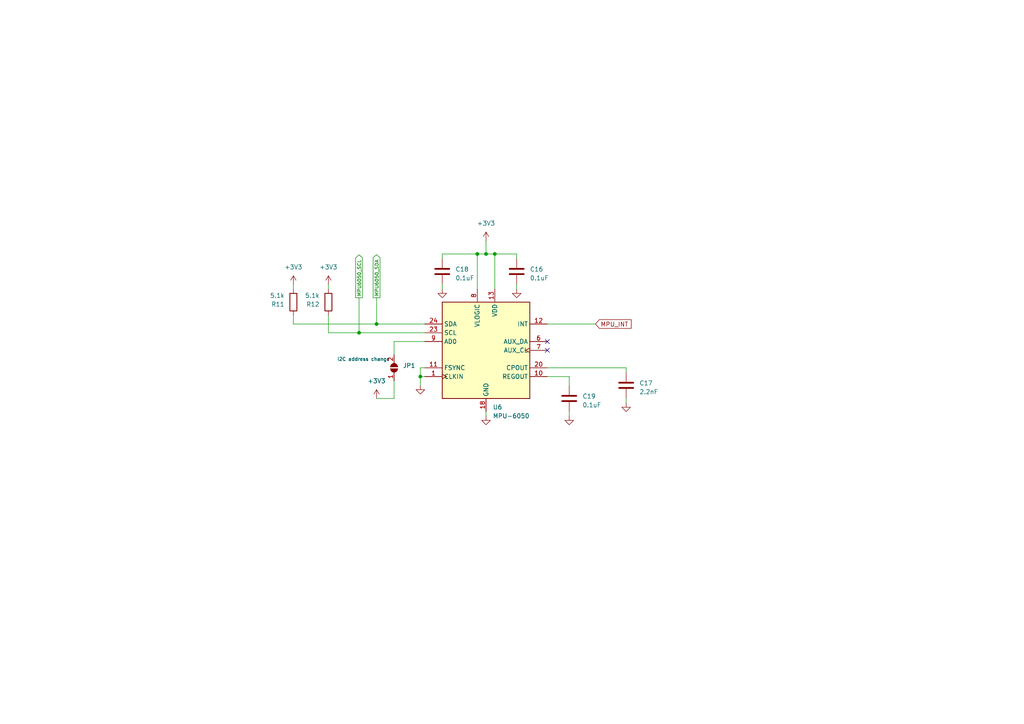
<source format=kicad_sch>
(kicad_sch (version 20230121) (generator eeschema)
  (paper "A4")
  (lib_symbols
    (symbol "Device:C" (pin_numbers hide) (pin_names (offset 0.254))
      (property "Reference" "C" (at 0.635 2.54 0))
      (property "Value" "C" (at 0.635 -2.54 0))
      (symbol "C_0_1"
        (polyline (pts (xy -2.032 -0.762) (xy 2.032 -0.762)) (stroke (width 0.508)))
        (polyline (pts (xy -2.032 0.762) (xy 2.032 0.762)) (stroke (width 0.508)))
      )
      (symbol "C_1_1"
        (pin passive line (at 0 3.81 270) (length 2.794) (name "~") (number "1"))
        (pin passive line (at 0 -3.81 90) (length 2.794) (name "~") (number "2"))
      )
    )
    (symbol "Device:R" (pin_numbers hide) (pin_names (offset 0))
      (property "Reference" "R" (at 2.032 0 90))
      (property "Value" "R" (at 0 0 90))
      (symbol "R_0_1"
        (rectangle (start -1.016 -2.54) (end 1.016 2.54) (stroke (width 0.254)))
      )
      (symbol "R_1_1"
        (pin passive line (at 0 3.81 270) (length 1.27) (name "~") (number "1"))
        (pin passive line (at 0 -3.81 90) (length 1.27) (name "~") (number "2"))
      )
    )
    (symbol "Jumper:SolderJumper_2_Open" (pin_names (offset 0) hide)
      (property "Reference" "JP" (at 0 2.032 0))
      (property "Value" "SolderJumper_2_Open" (at 0 -2.54 0))
      (symbol "SolderJumper_2_Open_0_1"
        (arc (start -0.254 1.016) (mid -1.2656 0) (end -0.254 -1.016))
        (arc (start -0.254 1.016) (mid -1.2656 0) (end -0.254 -1.016) (fill (type outline)))
        (polyline (pts (xy -0.254 1.016) (xy -0.254 -1.016)))
        (polyline (pts (xy 0.254 1.016) (xy 0.254 -1.016)))
        (arc (start 0.254 -1.016) (mid 1.2656 0) (end 0.254 1.016))
        (arc (start 0.254 -1.016) (mid 1.2656 0) (end 0.254 1.016) (fill (type outline)))
      )
      (symbol "SolderJumper_2_Open_1_1"
        (pin passive line (at -3.81 0 0) (length 2.54) (name "A") (number "1"))
        (pin passive line (at 3.81 0 180) (length 2.54) (name "B") (number "2"))
      )
    )
    (symbol "Sensor_Motion:MPU-6050"
      (property "Reference" "U" (at -11.43 13.97 0))
      (property "Value" "MPU-6050" (at 7.62 -15.24 0))
      (symbol "MPU-6050_0_0"
        (text "" (at 12.7 -2.54 0) (effects (font (size 1.27 1.27))))
      )
      (symbol "MPU-6050_0_1"
        (rectangle (start -12.7 13.97) (end 12.7 -13.97) (stroke (width 0.254)) (fill (type background)))
      )
      (symbol "MPU-6050_1_1"
        (pin input clock (at -17.78 -7.62 0) (length 5.08) (name "CLKIN") (number "1"))
        (pin passive line (at 17.78 -7.62 180) (length 5.08) (name "REGOUT") (number "10"))
        (pin input line (at -17.78 -5.08 0) (length 5.08) (name "FSYNC") (number "11"))
        (pin output line (at 17.78 7.62 180) (length 5.08) (name "INT") (number "12"))
        (pin power_in line (at 2.54 17.78 270) (length 3.81) (name "VDD") (number "13"))
        (pin no_connect line (at -12.7 -10.16 0) (length 2.54) hide (name "NC") (number "14"))
        (pin no_connect line (at 12.7 12.7 180) (length 2.54) hide (name "NC") (number "15"))
        (pin no_connect line (at 12.7 10.16 180) (length 2.54) hide (name "NC") (number "16"))
        (pin no_connect line (at 12.7 5.08 180) (length 2.54) hide (name "NC") (number "17"))
        (pin power_in line (at 0 -17.78 90) (length 3.81) (name "GND") (number "18"))
        (pin no_connect line (at 12.7 -10.16 180) (length 2.54) hide (name "RESV") (number "19"))
        (pin no_connect line (at -12.7 12.7 0) (length 2.54) hide (name "NC") (number "2"))
        (pin passive line (at 17.78 -5.08 180) (length 5.08) (name "CPOUT") (number "20"))
        (pin no_connect line (at 12.7 -2.54 180) (length 2.54) hide (name "RESV") (number "21"))
        (pin no_connect line (at 12.7 -12.7 180) (length 2.54) hide (name "RESV") (number "22"))
        (pin input line (at -17.78 5.08 0) (length 5.08) (name "SCL") (number "23"))
        (pin bidirectional line (at -17.78 7.62 0) (length 5.08) (name "SDA") (number "24"))
        (pin no_connect line (at -12.7 10.16 0) (length 2.54) hide (name "NC") (number "3"))
        (pin no_connect line (at -12.7 0 0) (length 2.54) hide (name "NC") (number "4"))
        (pin no_connect line (at -12.7 -2.54 0) (length 2.54) hide (name "NC") (number "5"))
        (pin bidirectional line (at 17.78 2.54 180) (length 5.08) (name "AUX_DA") (number "6"))
        (pin output clock (at 17.78 0 180) (length 5.08) (name "AUX_CL") (number "7"))
        (pin power_in line (at -2.54 17.78 270) (length 3.81) (name "VLOGIC") (number "8"))
        (pin input line (at -17.78 2.54 0) (length 5.08) (name "AD0") (number "9"))
      )
    )
    (symbol "power:+3V3" (power) (pin_names (offset 0))
      (property "Value" "+3V3" (at 0 3.556 0))
      (symbol "+3V3_0_1"
        (polyline (pts (xy -0.762 1.27) (xy 0 2.54)))
        (polyline (pts (xy 0 0) (xy 0 2.54)))
        (polyline (pts (xy 0 2.54) (xy 0.762 1.27)))
      )
      (symbol "+3V3_1_1"
        (pin power_in line (at 0 0 90) (length 0) hide (name "+3V3") (number "1"))
      )
    )
    (symbol "power:GND" (power) (pin_names (offset 0))
      (property "Value" "GND" (at 0 -3.81 0))
      (symbol "GND_0_1"
        (polyline (pts (xy 0 0) (xy 0 -1.27) (xy 1.27 -1.27) (xy 0 -2.54) (xy -1.27 -1.27) (xy 0 -1.27)))
      )
      (symbol "GND_1_1"
        (pin power_in line (at 0 0 270) (length 0) hide (name "GND") (number "1"))
      )
    )
  )
  (junction (at 138.43 73.66))
  (junction (at 143.51 73.66))
  (junction (at 109.22 93.98))
  (junction (at 121.92 109.22))
  (junction (at 104.14 96.52))
  (junction (at 140.97 73.66))
  (no_connect (at 158.75 101.6))
  (no_connect (at 158.75 99.06))
  (wire (pts (xy 104.14 86.36) (xy 104.14 96.52)))
  (wire (pts (xy 140.97 73.66) (xy 138.43 73.66)))
  (wire (pts (xy 158.75 106.68) (xy 181.61 106.68)))
  (wire (pts (xy 143.51 73.66) (xy 149.86 73.66)))
  (wire (pts (xy 114.3 99.06) (xy 123.19 99.06)))
  (wire (pts (xy 114.3 115.57) (xy 114.3 110.49)))
  (wire (pts (xy 114.3 99.06) (xy 114.3 102.87)))
  (wire (pts (xy 85.09 93.98) (xy 109.22 93.98)))
  (wire (pts (xy 165.1 109.22) (xy 165.1 111.76)))
  (wire (pts (xy 123.19 106.68) (xy 121.92 106.68)))
  (wire (pts (xy 109.22 86.36) (xy 109.22 93.98)))
  (wire (pts (xy 138.43 73.66) (xy 138.43 83.82)))
  (wire (pts (xy 149.86 73.66) (xy 149.86 74.93)))
  (wire (pts (xy 165.1 109.22) (xy 158.75 109.22)))
  (wire (pts (xy 128.27 83.82) (xy 128.27 82.55)))
  (wire (pts (xy 109.22 93.98) (xy 123.19 93.98)))
  (wire (pts (xy 140.97 120.65) (xy 140.97 119.38)))
  (wire (pts (xy 165.1 120.65) (xy 165.1 119.38)))
  (wire (pts (xy 85.09 82.55) (xy 85.09 83.82)))
  (wire (pts (xy 140.97 69.85) (xy 140.97 73.66)))
  (wire (pts (xy 181.61 106.68) (xy 181.61 107.95)))
  (wire (pts (xy 121.92 111.76) (xy 121.92 109.22)))
  (wire (pts (xy 128.27 73.66) (xy 128.27 74.93)))
  (wire (pts (xy 121.92 106.68) (xy 121.92 109.22)))
  (wire (pts (xy 143.51 83.82) (xy 143.51 73.66)))
  (wire (pts (xy 149.86 83.82) (xy 149.86 82.55)))
  (wire (pts (xy 109.22 115.57) (xy 114.3 115.57)))
  (wire (pts (xy 128.27 73.66) (xy 138.43 73.66)))
  (wire (pts (xy 140.97 73.66) (xy 143.51 73.66)))
  (wire (pts (xy 121.92 109.22) (xy 123.19 109.22)))
  (wire (pts (xy 85.09 91.44) (xy 85.09 93.98)))
  (wire (pts (xy 95.25 82.55) (xy 95.25 83.82)))
  (wire (pts (xy 172.72 93.98) (xy 158.75 93.98)))
  (wire (pts (xy 95.25 96.52) (xy 104.14 96.52)))
  (wire (pts (xy 104.14 96.52) (xy 123.19 96.52)))
  (wire (pts (xy 95.25 91.44) (xy 95.25 96.52)))
  (wire (pts (xy 181.61 115.57) (xy 181.61 116.84)))
  (global_label "MPU_INT" (shape input) (at 172.72 93.98 0) (property "Intersheetrefs" "${INTERSHEET_REFS}" (effects hide)))
  (global_label "MPU6050_SCL" (shape output) (at 104.14 86.36 90) (effects (font (size 1 1))) (property "Intersheetrefs" "${INTERSHEET_REFS}" (effects hide)))
  (global_label "MPU6050_SDA" (shape output) (at 109.22 86.36 90) (effects (font (size 1 1))) (property "Intersheetrefs" "${INTERSHEET_REFS}" (effects hide)))
  (symbol (lib_id "power:GND") (at 181.61 116.84 0) (unit 1)
    (property "Reference" "#PWR024" (effects hide))
    (property "Value" "GND" (effects hide))
  )
  (symbol (lib_id "power:GND") (at 149.86 83.82 0) (unit 1)
    (property "Reference" "#PWR026" (effects hide))
    (property "Value" "GND" (effects hide))
  )
  (symbol (lib_id "Sensor_Motion:MPU-6050") (at 140.97 101.6 0) (unit 1)
    (property "Reference" "U6" (at 142.9259 118.11 0) (effects (justify left)))
    (property "Value" "MPU-6050" (at 142.9259 120.65 0) (effects (justify left)))
    (property "Footprint" "Sensor_Motion:InvenSense_QFN-24_4x4mm_P0.5mm" (effects hide))
    (property "Datasheet" "https://invensense.tdk.com/wp-content/uploads/2015/02/MPU-6000-Datasheet1.pdf" (effects hide))
  )
  (symbol (lib_id "power:+3V3") (at 95.25 82.55 0) (unit 1)
    (property "Reference" "#PWR08" (effects hide))
    (property "Value" "+3V3" (at 95.25 77.47 0))
    (instances (project "RP2040_SOS_band" (path "" (reference "#PWR08") (unit 1)) (path "" (reference "#PWR06") (unit 1)) (path "" (reference "#PWR033") (unit 1))))
  )
  (symbol (lib_id "power:GND") (at 128.27 83.82 0) (unit 1)
    (property "Reference" "#PWR027" (effects hide))
    (property "Value" "GND" (effects hide))
  )
  (symbol (lib_id "Device:C") (at 149.86 78.74 0) (unit 1)
    (property "Reference" "C16" (at 153.67 78.105 0) (effects (justify left)))
    (property "Value" "0.1uF" (at 153.67 80.645 0) (effects (justify left)))
  )
  (symbol (lib_id "power:GND") (at 165.1 120.65 0) (unit 1)
    (property "Reference" "#PWR025" (effects hide))
    (property "Value" "GND" (effects hide))
  )
  (symbol (lib_id "Device:C") (at 181.61 111.76 0) (unit 1)
    (property "Reference" "C17" (at 185.42 111.125 0) (effects (justify left)))
    (property "Value" "2.2nF" (at 185.42 113.665 0) (effects (justify left)))
  )
  (symbol (lib_id "Device:R") (at 95.25 87.63 180) (unit 1)
    (property "Reference" "R12" (at 92.71 88.265 0) (effects (justify left)))
    (property "Value" "5.1k" (at 92.71 85.725 0) (effects (justify left)))
  )
  (symbol (lib_id "Device:C") (at 128.27 78.74 0) (unit 1)
    (property "Reference" "C18" (at 132.08 78.105 0) (effects (justify left)))
    (property "Value" "0.1uF" (at 132.08 80.645 0) (effects (justify left)))
  )
  (symbol (lib_id "power:GND") (at 121.92 111.76 0) (unit 1)
    (property "Reference" "#PWR030" (effects hide))
    (property "Value" "GND" (effects hide))
  )
  (symbol (lib_id "Device:R") (at 85.09 87.63 180) (unit 1)
    (property "Reference" "R11" (at 82.55 88.265 0) (effects (justify left)))
    (property "Value" "5.1k" (at 82.55 85.725 0) (effects (justify left)))
  )
  (symbol (lib_id "power:GND") (at 140.97 120.65 0) (unit 1)
    (property "Reference" "#PWR031" (effects hide))
    (property "Value" "GND" (effects hide))
  )
  (symbol (lib_id "power:+3V3") (at 85.09 82.55 0) (unit 1)
    (property "Reference" "#PWR08" (effects hide))
    (property "Value" "+3V3" (at 85.09 77.47 0))
    (instances (project "RP2040_SOS_band" (path "" (reference "#PWR08") (unit 1)) (path "" (reference "#PWR06") (unit 1)) (path "" (reference "#PWR028") (unit 1))))
  )
  (symbol (lib_id "Device:C") (at 165.1 115.57 0) (unit 1)
    (property "Reference" "C19" (at 168.91 114.935 0) (effects (justify left)))
    (property "Value" "0.1uF" (at 168.91 117.475 0) (effects (justify left)))
  )
  (symbol (lib_id "power:+3V3") (at 140.97 69.85 0) (unit 1)
    (property "Reference" "#PWR08" (effects hide))
    (property "Value" "+3V3" (at 140.97 64.77 0))
    (instances (project "RP2040_SOS_band" (path "" (reference "#PWR08") (unit 1)) (path "" (reference "#PWR06") (unit 1)) (path "" (reference "#PWR029") (unit 1))))
  )
  (symbol (lib_id "power:+3V3") (at 109.22 115.57 0) (unit 1)
    (property "Reference" "#PWR08" (effects hide))
    (property "Value" "+3V3" (at 109.22 110.49 0))
    (instances (project "RP2040_SOS_band" (path "" (reference "#PWR08") (unit 1)) (path "" (reference "#PWR06") (unit 1)) (path "" (reference "#PWR044") (unit 1))))
  )
  (symbol (lib_id "Jumper:SolderJumper_2_Open") (at 114.3 106.68 90) (unit 1)
    (property "Reference" "JP1" (at 116.84 106.045 90) (effects (justify right)))
    (property "Value" "I2C address change" (at 97.79 104.14 90) (effects (font (size 1 1)) (justify right)))
  )
)
</source>
